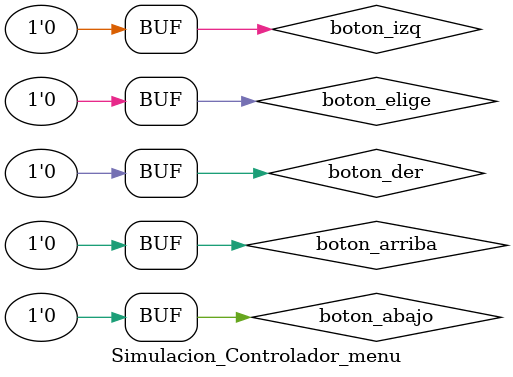
<source format=v>
`timescale 1ns / 1ps


module Simulacion_Controlador_menu;

	// Inputs
	reg boton_arriba;
	reg boton_abajo;
	reg boton_izq;
	reg boton_der;
	reg boton_elige;

	// Outputs
	wire text_red;
	wire text_green;
	wire text_blue;
	wire char_scale;
	wire es_mayuscula;
	wire nuevo;
	wire guardar;
	wire cerrar;
	wire wf;
	wire wc;

	// Instantiate the Unit Under Test (UUT)
	Controlador_Menu_Editor uut (
		.boton_arriba(boton_arriba), 
		.boton_abajo(boton_abajo), 
		.boton_izq(boton_izq), 
		.boton_der(boton_der), 
		.boton_elige(boton_elige), 
		.text_red(text_red), 
		.text_green(text_green), 
		.text_blue(text_blue), 
		.char_scale(char_scale), 
		.es_mayuscula(es_mayuscula), 
		.nuevo(nuevo), 
		.guardar(guardar), 
		.cerrar(cerrar),
		.where_fila (wf),
		.where_columna (wc)
	);

	initial begin
		// Initialize Inputs
		boton_arriba = 0;
		boton_abajo = 0;
		boton_izq = 0;
		boton_der = 0;
		boton_elige = 0;

		#10;
			boton_arriba = 0;
			boton_abajo = 0;
			boton_izq = 0;
			boton_der = 1;
			boton_elige = 0;
		
		#10;
			boton_arriba = 0;
			boton_abajo = 0;
			boton_izq = 0;
			boton_der = 0;
			boton_elige = 0;
		
		#10;
			boton_arriba = 0;
			boton_abajo = 0;
			boton_izq = 0;
			boton_der = 1;
			boton_elige = 0;
		
		#10;
			boton_arriba = 0;
			boton_abajo = 0;
			boton_izq = 0;
			boton_der = 0;
			boton_elige = 0;
		
		#10;
			boton_arriba = 0;
			boton_abajo = 0;
			boton_izq = 0;
			boton_der = 1;
			boton_elige = 0;
		
		#10;
			boton_arriba = 0;
			boton_abajo = 0;
			boton_izq = 0;
			boton_der = 0;
			boton_elige = 0;
		
		#10;
			boton_arriba = 0;
			boton_abajo = 1;
			boton_izq = 0;
			boton_der = 0;
			boton_elige = 0;
		
		#10;
			boton_arriba = 0;
			boton_abajo = 0;
			boton_izq = 0;
			boton_der = 0;
			boton_elige = 0;

	end
      
endmodule


</source>
